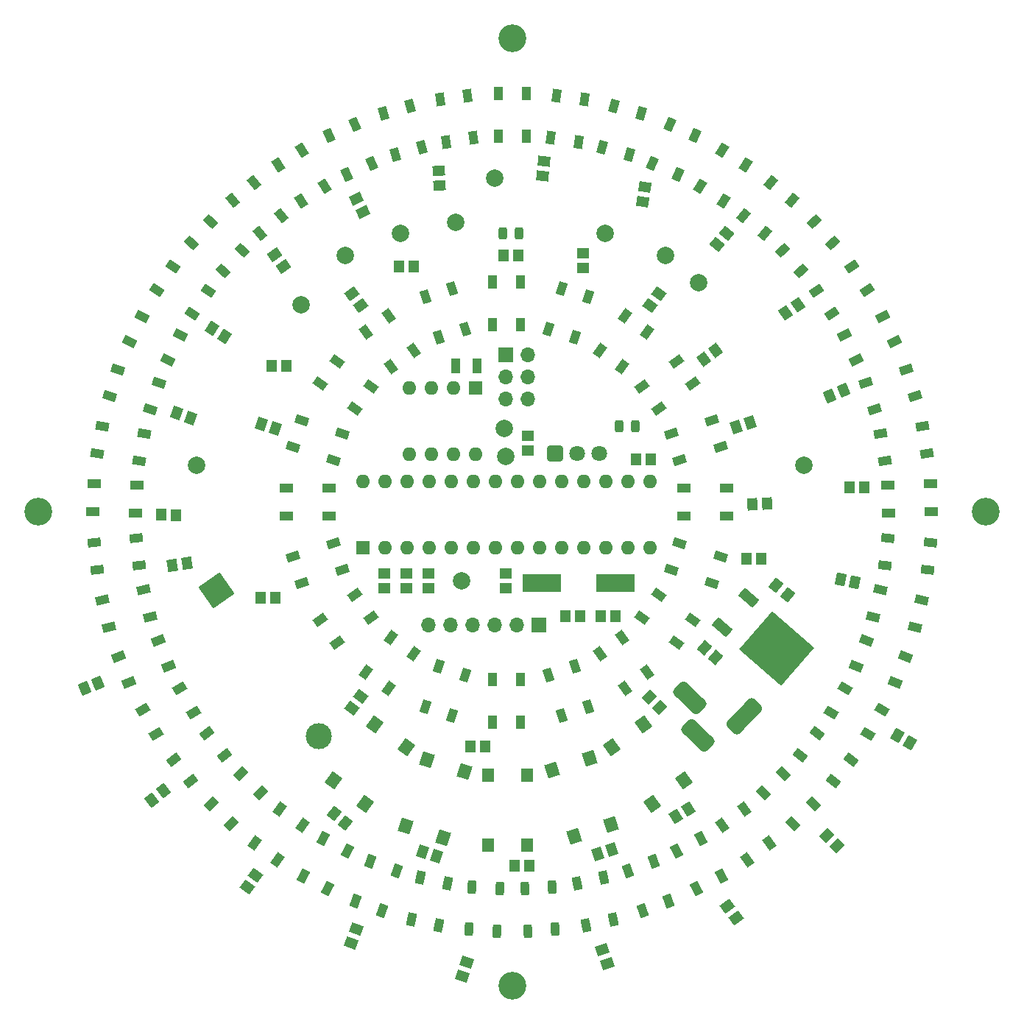
<source format=gbr>
%TF.GenerationSoftware,KiCad,Pcbnew,(6.0.5-0)*%
%TF.CreationDate,2022-07-21T12:39:38-05:00*%
%TF.ProjectId,HPS_Round_Clock,4850535f-526f-4756-9e64-5f436c6f636b,rev?*%
%TF.SameCoordinates,PX56c8cc0PY97a25c0*%
%TF.FileFunction,Soldermask,Top*%
%TF.FilePolarity,Negative*%
%FSLAX46Y46*%
G04 Gerber Fmt 4.6, Leading zero omitted, Abs format (unit mm)*
G04 Created by KiCad (PCBNEW (6.0.5-0)) date 2022-07-21 12:39:38*
%MOMM*%
%LPD*%
G01*
G04 APERTURE LIST*
G04 Aperture macros list*
%AMRoundRect*
0 Rectangle with rounded corners*
0 $1 Rounding radius*
0 $2 $3 $4 $5 $6 $7 $8 $9 X,Y pos of 4 corners*
0 Add a 4 corners polygon primitive as box body*
4,1,4,$2,$3,$4,$5,$6,$7,$8,$9,$2,$3,0*
0 Add four circle primitives for the rounded corners*
1,1,$1+$1,$2,$3*
1,1,$1+$1,$4,$5*
1,1,$1+$1,$6,$7*
1,1,$1+$1,$8,$9*
0 Add four rect primitives between the rounded corners*
20,1,$1+$1,$2,$3,$4,$5,0*
20,1,$1+$1,$4,$5,$6,$7,0*
20,1,$1+$1,$6,$7,$8,$9,0*
20,1,$1+$1,$8,$9,$2,$3,0*%
%AMRotRect*
0 Rectangle, with rotation*
0 The origin of the aperture is its center*
0 $1 length*
0 $2 width*
0 $3 Rotation angle, in degrees counterclockwise*
0 Add horizontal line*
21,1,$1,$2,0,0,$3*%
G04 Aperture macros list end*
%ADD10RotRect,1.500000X1.000000X126.000000*%
%ADD11C,3.200000*%
%ADD12RotRect,1.150000X1.400000X3.000000*%
%ADD13RotRect,1.500000X1.000000X324.000000*%
%ADD14R,1.150000X1.400000*%
%ADD15RotRect,1.150000X1.400000X126.000000*%
%ADD16RotRect,1.500000X1.000000X36.000000*%
%ADD17RotRect,1.150000X1.400000X169.000000*%
%ADD18RotRect,1.150000X1.400000X273.000000*%
%ADD19RotRect,1.500000X1.000000X98.000000*%
%ADD20RotRect,1.500000X1.000000X10.000000*%
%ADD21R,4.500000X2.000000*%
%ADD22RotRect,1.150000X1.400000X358.000000*%
%ADD23RotRect,1.150000X1.400000X36.000000*%
%ADD24RotRect,1.500000X1.000000X34.000000*%
%ADD25R,1.400000X1.150000*%
%ADD26C,2.000000*%
%ADD27RotRect,1.150000X1.400000X230.000000*%
%ADD28RotRect,1.500000X1.000000X258.000000*%
%ADD29RotRect,1.150000X1.400000X54.000000*%
%ADD30RotRect,1.500000X1.000000X234.000000*%
%ADD31RotRect,1.150000X1.400000X321.000000*%
%ADD32RotRect,1.500000X1.000000X306.000000*%
%ADD33RotRect,1.150000X1.400000X327.000000*%
%ADD34RotRect,1.500000X1.000000X50.000000*%
%ADD35RotRect,1.150000X1.400000X264.000000*%
%ADD36RotRect,1.500000X1.000000X18.000000*%
%ADD37RotRect,1.500000X1.000000X298.000000*%
%ADD38RotRect,1.150000X1.400000X330.000000*%
%ADD39RotRect,1.150000X1.400000X18.000000*%
%ADD40R,1.500000X1.000000*%
%ADD41RotRect,1.500000X1.000000X354.000000*%
%ADD42RotRect,1.500000X1.000000X290.000000*%
%ADD43RotRect,1.500000X1.000000X138.000000*%
%ADD44RotRect,1.500000X1.000000X226.000000*%
%ADD45RotRect,1.600000X1.400000X108.000000*%
%ADD46RotRect,1.500000X1.000000X42.000000*%
%ADD47RoundRect,0.243750X-0.243750X-0.456250X0.243750X-0.456250X0.243750X0.456250X-0.243750X0.456250X0*%
%ADD48RotRect,1.500000X1.000000X74.000000*%
%ADD49RotRect,1.150000X1.400000X315.000000*%
%ADD50RotRect,1.150000X1.400000X233.000000*%
%ADD51RotRect,1.500000X1.000000X194.000000*%
%ADD52RotRect,1.150000X1.400000X234.000000*%
%ADD53RotRect,1.150000X1.400000X9.000000*%
%ADD54RotRect,1.500000X1.000000X130.000000*%
%ADD55RotRect,1.150000X1.400000X261.000000*%
%ADD56RotRect,1.150000X1.400000X304.000000*%
%ADD57RotRect,1.500000X1.000000X274.000000*%
%ADD58RotRect,1.500000X1.000000X154.000000*%
%ADD59R,1.000000X1.800000*%
%ADD60R,1.000000X1.500000*%
%ADD61RotRect,1.150000X1.400000X202.000000*%
%ADD62RotRect,1.500000X1.000000X66.000000*%
%ADD63RotRect,1.150000X1.400000X214.000000*%
%ADD64RotRect,1.600000X1.400000X72.000000*%
%ADD65R,1.600000X1.600000*%
%ADD66O,1.600000X1.600000*%
%ADD67RotRect,1.600000X1.400000X54.000000*%
%ADD68RotRect,1.500000X1.000000X282.000000*%
%ADD69RotRect,1.150000X1.400000X250.000000*%
%ADD70RotRect,1.500000X1.000000X210.000000*%
%ADD71RotRect,1.500000X1.000000X186.000000*%
%ADD72RotRect,1.600000X1.400000X126.000000*%
%ADD73RotRect,1.500000X1.000000X218.000000*%
%ADD74RotRect,1.500000X1.000000X58.000000*%
%ADD75RotRect,1.500000X1.000000X250.000000*%
%ADD76RotRect,1.500000X1.000000X144.000000*%
%ADD77RotRect,1.500000X1.000000X122.000000*%
%ADD78RotRect,1.500000X1.000000X26.000000*%
%ADD79RotRect,1.500000X1.000000X106.000000*%
%ADD80RotRect,2.200000X1.200000X319.000000*%
%ADD81RotRect,6.400000X5.800000X319.000000*%
%ADD82RotRect,1.500000X1.000000X346.000000*%
%ADD83RoundRect,0.243750X0.243750X0.456250X-0.243750X0.456250X-0.243750X-0.456250X0.243750X-0.456250X0*%
%ADD84RoundRect,0.250200X-0.649800X-0.649800X0.649800X-0.649800X0.649800X0.649800X-0.649800X0.649800X0*%
%ADD85C,1.800000*%
%ADD86R,1.400000X1.600000*%
%ADD87RotRect,1.500000X1.000000X216.000000*%
%ADD88RotRect,1.500000X1.000000X72.000000*%
%ADD89RotRect,1.500000X1.000000X2.000000*%
%ADD90RotRect,1.150000X1.400000X218.000000*%
%ADD91RotRect,1.150000X1.400000X162.000000*%
%ADD92RotRect,1.150000X1.400000X314.000000*%
%ADD93RotRect,1.500000X1.000000X314.000000*%
%ADD94RotRect,1.500000X1.000000X198.000000*%
%ADD95RotRect,1.150000X1.400000X296.000000*%
%ADD96RotRect,1.500000X1.000000X330.000000*%
%ADD97RotRect,1.150000X1.400000X306.000000*%
%ADD98RotRect,1.150000X1.400000X288.000000*%
%ADD99RotRect,1.500000X1.000000X146.000000*%
%ADD100RotRect,1.500000X1.000000X54.000000*%
%ADD101RotRect,1.500000X1.000000X178.000000*%
%ADD102RotRect,1.500000X1.000000X252.000000*%
%ADD103RotRect,1.500000X1.000000X288.000000*%
%ADD104RotRect,1.500000X1.000000X322.000000*%
%ADD105RotRect,1.150000X1.400000X340.000000*%
%ADD106RotRect,1.500000X1.000000X338.000000*%
%ADD107RotRect,1.150000X1.400000X319.000000*%
%ADD108RotRect,1.150000X1.400000X198.000000*%
%ADD109RotRect,1.500000X1.000000X82.000000*%
%ADD110RotRect,1.500000X1.000000X108.000000*%
%ADD111RotRect,1.500000X1.000000X342.000000*%
%ADD112RotRect,1.500000X1.000000X242.000000*%
%ADD113RotRect,1.150000X1.400000X252.000000*%
%ADD114RotRect,1.150000X1.400000X212.000000*%
%ADD115RotRect,1.500000X1.000000X114.000000*%
%ADD116RotRect,1.500000X1.000000X170.000000*%
%ADD117RotRect,1.500000X1.000000X202.000000*%
%ADD118RotRect,1.500000X1.000000X266.000000*%
%ADD119RotRect,1.500000X1.000000X162.000000*%
%ADD120R,1.700000X1.700000*%
%ADD121O,1.700000X1.700000*%
%ADD122RotRect,3.000000X3.000000X305.000000*%
%ADD123C,3.000000*%
%ADD124RoundRect,0.500000X-0.855982X-1.606174X1.575322X0.911515X0.855982X1.606174X-1.575322X-0.911515X0*%
%ADD125RoundRect,0.500000X1.426339X-0.682318X-0.731681X1.401657X-1.426339X0.682318X0.731681X-1.401657X0*%
G04 APERTURE END LIST*
D10*
%TO.C,D64*%
X44795589Y81556677D03*
X42206735Y79675764D03*
X45086883Y75711581D03*
X47675737Y77592494D03*
%TD*%
D11*
%TO.C,H4*%
X4500000Y59000000D03*
%TD*%
D12*
%TO.C,C41*%
X86586165Y59895514D03*
X88283835Y59984486D03*
%TD*%
D13*
%TO.C,D53*%
X77913770Y43968729D03*
X79794683Y46557583D03*
X75830500Y49437731D03*
X73949587Y46848877D03*
%TD*%
D14*
%TO.C,R4*%
X60980000Y18284000D03*
X59280000Y18284000D03*
%TD*%
D15*
%TO.C,C61*%
X41579617Y82747336D03*
X40580383Y84122664D03*
%TD*%
D16*
%TO.C,D49*%
X79794683Y73722418D03*
X77913770Y76311272D03*
X73949587Y73431124D03*
X75830500Y70842270D03*
%TD*%
D17*
%TO.C,C43*%
X98429383Y50887812D03*
X96760617Y51212188D03*
%TD*%
D18*
%TO.C,C40*%
X50560514Y98253835D03*
X50649486Y96556165D03*
%TD*%
D19*
%TO.C,D45*%
X53880460Y106847891D03*
X50711602Y106402537D03*
X51393550Y101550223D03*
X54562408Y101995577D03*
%TD*%
D20*
%TO.C,D11*%
X106716026Y65712941D03*
X106160352Y68864325D03*
X101334794Y68013449D03*
X101890468Y64862065D03*
%TD*%
D21*
%TO.C,Y1*%
X70869000Y50796000D03*
X62369000Y50796000D03*
%TD*%
D22*
%TO.C,C59*%
X18640518Y58699665D03*
X20339482Y58640335D03*
%TD*%
D23*
%TO.C,C65*%
X81032336Y76585383D03*
X82407664Y77584617D03*
%TD*%
D24*
%TO.C,D8*%
X99829448Y84533862D03*
X98040030Y87186783D03*
X93977746Y84446738D03*
X95767164Y81793817D03*
%TD*%
D25*
%TO.C,C57*%
X67115000Y87030000D03*
X67115000Y88730000D03*
%TD*%
D26*
%TO.C,TP11*%
X69655000Y91055000D03*
%TD*%
D27*
%TO.C,C66*%
X83625000Y91055000D03*
X82532262Y89752724D03*
%TD*%
D14*
%TO.C,R8*%
X58010000Y88515000D03*
X59710000Y88515000D03*
%TD*%
D28*
%TO.C,D25*%
X47419857Y12139289D03*
X50549930Y11473972D03*
X51568697Y16266895D03*
X48438624Y16932212D03*
%TD*%
D29*
%TO.C,C54*%
X74870383Y82747336D03*
X75869617Y84122664D03*
%TD*%
D30*
%TO.C,D28*%
X29391957Y20894109D03*
X31980811Y19013196D03*
X34860959Y22977379D03*
X32272105Y24858292D03*
%TD*%
D26*
%TO.C,TP13*%
X58098000Y68576000D03*
%TD*%
D14*
%TO.C,R9*%
X73250000Y65020000D03*
X74950000Y65020000D03*
%TD*%
D31*
%TO.C,R1*%
X38514426Y24279922D03*
X39835574Y23210078D03*
%TD*%
D32*
%TO.C,D54*%
X71960424Y38723324D03*
X74549278Y40604237D03*
X71669130Y44568420D03*
X69080276Y42687507D03*
%TD*%
D33*
%TO.C,C47*%
X24492130Y80087943D03*
X25917870Y79162057D03*
%TD*%
D34*
%TO.C,D6*%
X91188750Y94795901D03*
X88737408Y96852821D03*
X85587748Y93099203D03*
X88039090Y91042283D03*
%TD*%
D35*
%TO.C,C53*%
X62670000Y99310000D03*
X62492302Y97619312D03*
%TD*%
D36*
%TO.C,D10*%
X105306819Y72287658D03*
X104317964Y75331039D03*
X99657787Y73816856D03*
X100646642Y70773475D03*
%TD*%
D26*
%TO.C,TP4*%
X56955000Y97405000D03*
%TD*%
%TO.C,TP15*%
X39810000Y88515000D03*
%TD*%
D37*
%TO.C,D20*%
X80201728Y15641261D03*
X83027160Y17143570D03*
X80726750Y21470013D03*
X77901318Y19967704D03*
%TD*%
D38*
%TO.C,C60*%
X103310000Y33270000D03*
X104782244Y32420000D03*
%TD*%
D39*
%TO.C,C52*%
X84721602Y68737336D03*
X86338398Y69262664D03*
%TD*%
D40*
%TO.C,D61*%
X33068007Y61740000D03*
X33068007Y58540000D03*
X37968007Y58540000D03*
X37968007Y61740000D03*
%TD*%
D41*
%TO.C,D13*%
X106738874Y52297629D03*
X107073365Y55480099D03*
X102200208Y55992289D03*
X101865717Y52809819D03*
%TD*%
D42*
%TO.C,D21*%
X73971601Y13111775D03*
X76978618Y14206239D03*
X75302719Y18810733D03*
X72295702Y17716269D03*
%TD*%
D43*
%TO.C,D40*%
X24273322Y92345054D03*
X22132104Y89966990D03*
X25773514Y86688250D03*
X27914732Y89066314D03*
%TD*%
D44*
%TO.C,D29*%
X24387362Y25384856D03*
X26689250Y23161949D03*
X30093076Y26686714D03*
X27791188Y28909621D03*
%TD*%
D45*
%TO.C,SW4*%
X67903809Y30689514D03*
X70375945Y23081062D03*
X63624055Y29298938D03*
X66096191Y21690486D03*
%TD*%
D46*
%TO.C,D7*%
X95867895Y89966990D03*
X93726677Y92345054D03*
X90085267Y89066314D03*
X92226485Y86688250D03*
%TD*%
D47*
%TO.C,D66*%
X57922500Y91055000D03*
X59797500Y91055000D03*
%TD*%
D48*
%TO.C,D3*%
X73815469Y104786956D03*
X70739432Y105668996D03*
X69388809Y100958814D03*
X72464846Y100076774D03*
%TD*%
D49*
%TO.C,C45*%
X74735000Y37715000D03*
X75937082Y36512918D03*
%TD*%
D26*
%TO.C,TP5*%
X92515000Y64385000D03*
%TD*%
D50*
%TO.C,C64*%
X41591543Y37758840D03*
X40568457Y36401160D03*
%TD*%
D26*
%TO.C,TP2*%
X46160000Y91055000D03*
%TD*%
D14*
%TO.C,C6*%
X70850000Y47000000D03*
X69150000Y47000000D03*
%TD*%
D51*
%TO.C,D33*%
X11873779Y48823096D03*
X12647930Y45718149D03*
X17402379Y46903566D03*
X16628228Y50008513D03*
%TD*%
D52*
%TO.C,C50*%
X29499617Y17187664D03*
X28500383Y15812336D03*
%TD*%
D53*
%TO.C,C62*%
X19920465Y52822031D03*
X21599535Y53087969D03*
%TD*%
D54*
%TO.C,D41*%
X29262591Y96852821D03*
X26811249Y94795901D03*
X29960909Y91042283D03*
X32412251Y93099203D03*
%TD*%
D14*
%TO.C,R10*%
X31340000Y75815000D03*
X33040000Y75815000D03*
%TD*%
%TO.C,C51*%
X55900000Y32000000D03*
X54200000Y32000000D03*
%TD*%
D55*
%TO.C,C70*%
X74232969Y96339535D03*
X73967031Y94660465D03*
%TD*%
D14*
%TO.C,R11*%
X47645000Y87245000D03*
X45945000Y87245000D03*
%TD*%
D25*
%TO.C,R6*%
X46795000Y50200000D03*
X46795000Y51900000D03*
%TD*%
D26*
%TO.C,TP8*%
X76640000Y88515000D03*
%TD*%
D11*
%TO.C,H2*%
X113500000Y59000000D03*
%TD*%
D56*
%TO.C,C58*%
X31714686Y88584682D03*
X32665314Y87175318D03*
%TD*%
D57*
%TO.C,D23*%
X60764066Y10759730D03*
X63956271Y10982950D03*
X63614464Y15871014D03*
X60422259Y15647794D03*
%TD*%
D26*
%TO.C,TP1*%
X34730000Y82800000D03*
%TD*%
D58*
%TO.C,D38*%
X16406484Y81478409D03*
X15003697Y78602268D03*
X19407788Y76454249D03*
X20810575Y79330390D03*
%TD*%
D59*
%TO.C,Y2*%
X54996000Y75815000D03*
X52496000Y75815000D03*
%TD*%
D60*
%TO.C,D1*%
X60600000Y107094000D03*
X57400000Y107094000D03*
X57400000Y102194000D03*
X60600000Y102194000D03*
%TD*%
D26*
%TO.C,TP14*%
X52510000Y92325000D03*
%TD*%
D61*
%TO.C,C46*%
X11388106Y39303416D03*
X9811894Y38666584D03*
%TD*%
D11*
%TO.C,H3*%
X59000000Y4500000D03*
%TD*%
D62*
%TO.C,D4*%
X80054177Y102278707D03*
X77130831Y103580264D03*
X75137821Y99103891D03*
X78061167Y97802334D03*
%TD*%
D25*
%TO.C,C7*%
X44255000Y50200000D03*
X44255000Y51900000D03*
%TD*%
D63*
%TO.C,C71*%
X91880000Y82800000D03*
X90470636Y81849372D03*
%TD*%
D26*
%TO.C,TP3*%
X53145000Y51050000D03*
%TD*%
D64*
%TO.C,SW2*%
X53503945Y29108938D03*
X51031809Y21500486D03*
X49224191Y30499514D03*
X46752055Y22891062D03*
%TD*%
D26*
%TO.C,TP12*%
X58225000Y65401000D03*
%TD*%
D65*
%TO.C,U4*%
X41842000Y54860000D03*
D66*
X44382000Y54860000D03*
X46922000Y54860000D03*
X49462000Y54860000D03*
X52002000Y54860000D03*
X54542000Y54860000D03*
X57082000Y54860000D03*
X59622000Y54860000D03*
X62162000Y54860000D03*
X64702000Y54860000D03*
X67242000Y54860000D03*
X69782000Y54860000D03*
X72322000Y54860000D03*
X74862000Y54860000D03*
X74862000Y62480000D03*
X72322000Y62480000D03*
X69782000Y62480000D03*
X67242000Y62480000D03*
X64702000Y62480000D03*
X62162000Y62480000D03*
X59622000Y62480000D03*
X57082000Y62480000D03*
X54542000Y62480000D03*
X52002000Y62480000D03*
X49462000Y62480000D03*
X46922000Y62480000D03*
X44382000Y62480000D03*
X41842000Y62480000D03*
%TD*%
D14*
%TO.C,C69*%
X99500000Y61845000D03*
X97800000Y61845000D03*
%TD*%
D25*
%TO.C,C5*%
X60765000Y66075000D03*
X60765000Y67775000D03*
%TD*%
D67*
%TO.C,SW1*%
X46791429Y31913551D03*
X42089147Y25441415D03*
X43150853Y34558585D03*
X38448571Y28086449D03*
%TD*%
D68*
%TO.C,D22*%
X67450069Y11473972D03*
X70580142Y12139289D03*
X69561375Y16932212D03*
X66431302Y16266895D03*
%TD*%
D69*
%TO.C,C67*%
X41080000Y11045000D03*
X40498566Y9447522D03*
%TD*%
D70*
%TO.C,D31*%
X16483556Y36224641D03*
X18083556Y33453359D03*
X22327080Y35903359D03*
X20727080Y38674641D03*
%TD*%
D71*
%TO.C,D34*%
X10926634Y55480099D03*
X11261125Y52297629D03*
X16134282Y52809819D03*
X15799791Y55992289D03*
%TD*%
D11*
%TO.C,H1*%
X59000000Y113500000D03*
%TD*%
D72*
%TO.C,SW5*%
X74089147Y34558585D03*
X78791429Y28086449D03*
X70448571Y31913551D03*
X75150853Y25441415D03*
%TD*%
D73*
%TO.C,D30*%
X20056463Y30528405D03*
X22026580Y28006770D03*
X25887833Y31023511D03*
X23917716Y33545146D03*
%TD*%
D74*
%TO.C,D5*%
X85883087Y98926606D03*
X83169333Y100622348D03*
X80572729Y96466912D03*
X83286483Y94771170D03*
%TD*%
D75*
%TO.C,D26*%
X41021381Y14206239D03*
X44028398Y13111775D03*
X45704297Y17716269D03*
X42697280Y18810733D03*
%TD*%
D76*
%TO.C,D63*%
X38842243Y76311272D03*
X36961330Y73722418D03*
X40925513Y70842270D03*
X42806426Y73431124D03*
%TD*%
D77*
%TO.C,D42*%
X34830666Y100622348D03*
X32116912Y98926606D03*
X34713516Y94771170D03*
X37427270Y96466912D03*
%TD*%
D78*
%TO.C,D9*%
X102996302Y78602268D03*
X101593515Y81478409D03*
X97189424Y79330390D03*
X98592211Y76454249D03*
%TD*%
D79*
%TO.C,D44*%
X47260567Y105668996D03*
X44184530Y104786956D03*
X45535153Y100076774D03*
X48611190Y100958814D03*
%TD*%
D80*
%TO.C,U1*%
X86165000Y49145000D03*
D81*
X89423856Y43291090D03*
D80*
X83173371Y45703524D03*
%TD*%
D82*
%TO.C,D14*%
X105300149Y45729818D03*
X106074300Y48834765D03*
X101319851Y50020182D03*
X100545700Y46915235D03*
%TD*%
D83*
%TO.C,D100*%
X73132500Y68830000D03*
X71257500Y68830000D03*
%TD*%
D84*
%TO.C,U3*%
X63940000Y65750000D03*
D85*
X66480000Y65750000D03*
X69020000Y65750000D03*
%TD*%
D61*
%TO.C,C48*%
X97113106Y72958416D03*
X95536894Y72321584D03*
%TD*%
D86*
%TO.C,SW3*%
X60741000Y28710000D03*
X60741000Y20710000D03*
X56241000Y28710000D03*
X56241000Y20710000D03*
%TD*%
D87*
%TO.C,D59*%
X36961330Y46557583D03*
X38842243Y43968729D03*
X42806426Y46848877D03*
X40925513Y49437731D03*
%TD*%
D88*
%TO.C,D47*%
X67720917Y83716813D03*
X64677536Y84705668D03*
X63163353Y80045491D03*
X66206734Y79056636D03*
%TD*%
D89*
%TO.C,D12*%
X107196495Y59006083D03*
X107084816Y62204134D03*
X102187801Y62033127D03*
X102299480Y58835076D03*
%TD*%
D90*
%TO.C,C39*%
X18855000Y26920000D03*
X17515382Y25873376D03*
%TD*%
D91*
%TO.C,C44*%
X31728398Y68567336D03*
X30111602Y69092664D03*
%TD*%
D40*
%TO.C,D51*%
X83688007Y58540000D03*
X83688007Y61740000D03*
X78788007Y61740000D03*
X78788007Y58540000D03*
%TD*%
D92*
%TO.C,C42*%
X95144080Y21792878D03*
X96325000Y20570000D03*
%TD*%
D26*
%TO.C,TP6*%
X22665000Y64385000D03*
%TD*%
D93*
%TO.C,D18*%
X91310749Y23161949D03*
X93612637Y25384856D03*
X90208811Y28909621D03*
X87906923Y26686714D03*
%TD*%
D94*
%TO.C,D60*%
X33812339Y53840471D03*
X34801194Y50797090D03*
X39461371Y52311273D03*
X38472516Y55354654D03*
%TD*%
D95*
%TO.C,C56*%
X41080000Y94993975D03*
X41825230Y93466025D03*
%TD*%
D25*
%TO.C,C1*%
X58225000Y51900000D03*
X58225000Y50200000D03*
%TD*%
D96*
%TO.C,D16*%
X99916443Y33453360D03*
X101516443Y36224642D03*
X97272919Y38674642D03*
X95672919Y35903360D03*
%TD*%
D97*
%TO.C,C49*%
X83760383Y13637664D03*
X84759617Y12262336D03*
%TD*%
D25*
%TO.C,R7*%
X49335000Y50200000D03*
X49335000Y51900000D03*
%TD*%
D98*
%TO.C,C63*%
X69392336Y8678398D03*
X69917664Y7061602D03*
%TD*%
D99*
%TO.C,D39*%
X19959969Y87186783D03*
X18170551Y84533862D03*
X22232835Y81793817D03*
X24022253Y84446738D03*
%TD*%
D60*
%TO.C,D46*%
X59978007Y85450000D03*
X56778007Y85450000D03*
X56778007Y80550000D03*
X59978007Y80550000D03*
%TD*%
D36*
%TO.C,D50*%
X82943674Y66439530D03*
X81954819Y69482911D03*
X77294642Y67968728D03*
X78283497Y64925347D03*
%TD*%
D100*
%TO.C,D48*%
X74549278Y79675764D03*
X71960424Y81556677D03*
X69080276Y77592494D03*
X71669130Y75711581D03*
%TD*%
D101*
%TO.C,D35*%
X10915183Y62204134D03*
X10803504Y59006083D03*
X15700519Y58835076D03*
X15812198Y62033127D03*
%TD*%
D102*
%TO.C,D57*%
X49035096Y36563188D03*
X52078477Y35574333D03*
X53592660Y40234510D03*
X50549279Y41223365D03*
%TD*%
D65*
%TO.C,U2*%
X54800000Y73275000D03*
D66*
X52260000Y73275000D03*
X49720000Y73275000D03*
X47180000Y73275000D03*
X47180000Y65655000D03*
X49720000Y65655000D03*
X52260000Y65655000D03*
X54800000Y65655000D03*
%TD*%
D26*
%TO.C,TP7*%
X80450000Y85340000D03*
%TD*%
D103*
%TO.C,D55*%
X64677536Y35574333D03*
X67720917Y36563188D03*
X66206734Y41223365D03*
X63163353Y40234510D03*
%TD*%
D104*
%TO.C,D17*%
X95973419Y28006770D03*
X97943536Y30528405D03*
X94082283Y33545146D03*
X92112166Y31023511D03*
%TD*%
D105*
%TO.C,C55*%
X20432522Y70390717D03*
X22030000Y69809283D03*
%TD*%
D106*
%TO.C,D15*%
X103063075Y39395707D03*
X104261816Y42362695D03*
X99718615Y44198267D03*
X98519874Y41231279D03*
%TD*%
D30*
%TO.C,D58*%
X42206735Y40604237D03*
X44795589Y38723324D03*
X47675737Y42687507D03*
X45086883Y44568420D03*
%TD*%
D107*
%TO.C,C3*%
X81078497Y43352650D03*
X82361503Y42237350D03*
%TD*%
D108*
%TO.C,R5*%
X70463398Y20197664D03*
X68846602Y19672336D03*
%TD*%
D60*
%TO.C,D56*%
X56778007Y34830000D03*
X59978007Y34830000D03*
X59978007Y39730000D03*
X56778007Y39730000D03*
%TD*%
D31*
%TO.C,C2*%
X89339426Y50534922D03*
X90660574Y49465078D03*
%TD*%
D109*
%TO.C,D2*%
X67288397Y106402537D03*
X64119539Y106847891D03*
X63437591Y101995577D03*
X66606449Y101550223D03*
%TD*%
D32*
%TO.C,D19*%
X86019188Y19013196D03*
X88608042Y20894109D03*
X85727894Y24858292D03*
X83139040Y22977379D03*
%TD*%
D14*
%TO.C,C4*%
X66850000Y47000000D03*
X65150000Y47000000D03*
%TD*%
%TO.C,C68*%
X85950000Y53590000D03*
X87650000Y53590000D03*
%TD*%
D110*
%TO.C,D65*%
X52078477Y84705668D03*
X49035096Y83716813D03*
X50549279Y79056636D03*
X53592660Y80045491D03*
%TD*%
D111*
%TO.C,D52*%
X81954819Y50797090D03*
X82943674Y53840471D03*
X78283497Y55354654D03*
X77294642Y52311273D03*
%TD*%
D14*
%TO.C,C72*%
X31770000Y49145000D03*
X30070000Y49145000D03*
%TD*%
D112*
%TO.C,D27*%
X34972839Y17143570D03*
X37798271Y15641261D03*
X40098681Y19967704D03*
X37273249Y21470013D03*
%TD*%
D113*
%TO.C,C38*%
X53780000Y7235000D03*
X53254672Y5618204D03*
%TD*%
D114*
%TO.C,R2*%
X79265841Y24830431D03*
X77824159Y23929569D03*
%TD*%
D115*
%TO.C,D43*%
X40869168Y103580264D03*
X37945822Y102278707D03*
X39938832Y97802334D03*
X42862178Y99103891D03*
%TD*%
D116*
%TO.C,D36*%
X11839647Y68864325D03*
X11283973Y65712941D03*
X16109531Y64862065D03*
X16665205Y68013449D03*
%TD*%
D117*
%TO.C,D32*%
X13738183Y42362695D03*
X14936924Y39395707D03*
X19480125Y41231279D03*
X18281384Y44198267D03*
%TD*%
D118*
%TO.C,D24*%
X54043728Y10982950D03*
X57235933Y10759730D03*
X57577740Y15647794D03*
X54385535Y15871014D03*
%TD*%
D119*
%TO.C,D37*%
X13682035Y75331039D03*
X12693180Y72287658D03*
X17353357Y70773475D03*
X18342212Y73816856D03*
%TD*%
D91*
%TO.C,R3*%
X50316796Y19409672D03*
X48700000Y19935000D03*
%TD*%
D119*
%TO.C,D62*%
X34801194Y69482911D03*
X33812339Y66439530D03*
X38472516Y64925347D03*
X39461371Y67968728D03*
%TD*%
D120*
%TO.C,J3*%
X58225000Y77085000D03*
D121*
X60765000Y77085000D03*
X58225000Y74545000D03*
X60765000Y74545000D03*
X58225000Y72005000D03*
X60765000Y72005000D03*
%TD*%
D122*
%TO.C,BT1*%
X25000000Y50000000D03*
D123*
X36752581Y33215575D03*
%TD*%
D120*
%TO.C,J2*%
X62035000Y45970000D03*
D121*
X59495000Y45970000D03*
X56955000Y45970000D03*
X54415000Y45970000D03*
X51875000Y45970000D03*
X49335000Y45970000D03*
%TD*%
D124*
%TO.C,J1*%
X85671546Y35475937D03*
D125*
X80335375Y33261150D03*
X79410464Y37629735D03*
%TD*%
M02*

</source>
